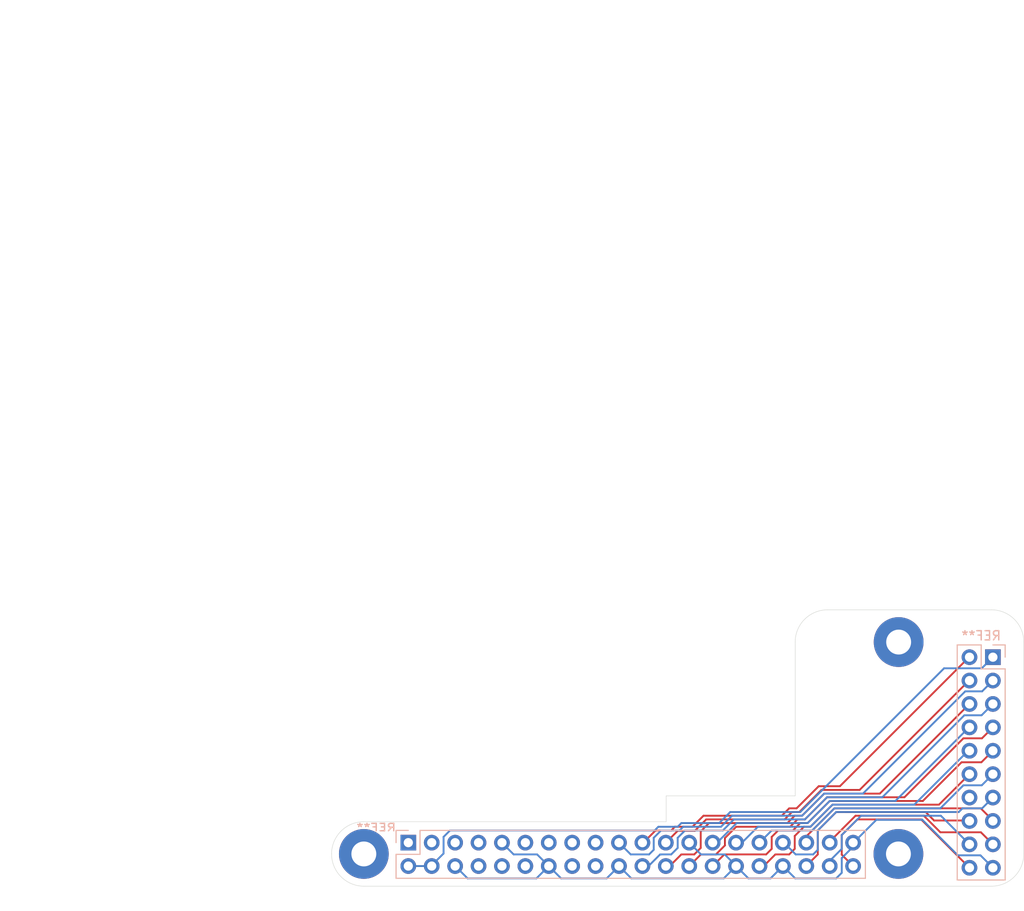
<source format=kicad_pcb>
(kicad_pcb (version 20240108) (generator "pcbnew") (generator_version "8.0")
  (layers (0 "F.Cu" signal) (31 "B.Cu" signal) (34 "B.Paste" user) (35 "F.Paste" user) (36 "B.SilkS" user "B.Silkscreen") (37 "F.SilkS" user "F.Silkscreen") (38 "B.Mask" user) (39 "F.Mask" user) (44 "Edge.Cuts" user))
  (net 0 "")
  (net 1 "D1+5V")
  (net 2 "D1GND")
  (net 3 "D1PWRON_D")
  (net 4 "D1_Raspberry_PI_(TX_interupt_active_low)")
  (net 5 "D1_Raspberry_PI_(interupt_active_low)")
  (net 6 "D1_Raspberry_PI_(clock_output)")
  (net 7 "D1_Raspberry_PI_(RX_interupt_active_low)")
  (net 8 "D1_Dev_pin")
  (net 9 "D1_BTN0")
  (net 10 "D1_BTN1")
  (net 11 "D1_BTN2")
  (net 12 "D1_BTN3")
  (net 13 "D1_BTN4")
  (net 14 "D1_PWM")
  (net 15 "D1_Raspberry_PI_(SPI_Input)")
  (net 16 "D1_Raspberry_PI_(chip_select)")
  (net 17 "D1_PWRON")
  (net 18 "D1_Raspberry_PI_(SPI_output)")
  (net 19 "D1_Raspberry_PI_(SPI_clock_input)")
  (footprint "Connector_PinHeader_2.54mm:PinHeader_2x20_P2.54mm_Vertical" (layer "B.Cu") (at 204.9749 138.525 -90)
    (property "Reference" "REF**" (at -1.655 3.485026 0) (layer "B.SilkS") (effects (font (size 0.8 1)) (justify mirror)))
    (property "Value" "PinHeader_2x20_P2.54mm_Vertical")
    (fp_line (start -1.33 1.33) (end -1.33 0) (stroke (width 0.12)) (layer "B.SilkS"))
    (fp_line (start 0 1.33) (end -1.33 1.33) (stroke (width 0.12)) (layer "B.SilkS"))
    (fp_line (start 1.27 1.33) (end 1.27 -1.27) (stroke (width 0.12)) (layer "B.SilkS"))
    (fp_line (start 3.87 1.33) (end 1.27 1.33) (stroke (width 0.12)) (layer "B.SilkS"))
    (fp_line (start 1.27 -1.27) (end -1.33 -1.27) (stroke (width 0.12)) (layer "B.SilkS"))
    (fp_line (start -1.33 -49.59) (end -1.33 -1.27) (stroke (width 0.12)) (layer "B.SilkS"))
    (fp_line (start 3.87 -49.59) (end 3.87 1.33) (stroke (width 0.12)) (layer "B.SilkS"))
    (fp_line (start 3.87 -49.59) (end -1.33 -49.59) (stroke (width 0.12)) (layer "B.SilkS"))
    (pad "1" thru_hole rect (at 0 0 270) (size 1.7 1.7) (drill 1) (layers "*.Cu" "*.Mask"))
    (pad "2" thru_hole oval (at 2.54 0 270) (size 1.7 1.7) (drill 1) (layers "*.Cu" "*.Mask") (net 1 "D1+5V"))
    (pad "3" thru_hole oval (at 0 -2.54 270) (size 1.7 1.7) (drill 1) (layers "*.Cu" "*.Mask"))
    (pad "4" thru_hole oval (at 2.54 -2.54 270) (size 1.7 1.7) (drill 1) (layers "*.Cu" "*.Mask") (net 1 "D1+5V"))
    (pad "5" thru_hole oval (at 0 -5.08 270) (size 1.7 1.7) (drill 1) (layers "*.Cu" "*.Mask"))
    (pad "6" thru_hole oval (at 2.54 -5.08 270) (size 1.7 1.7) (drill 1) (layers "*.Cu" "*.Mask") (net 2 "D1GND"))
    (pad "7" thru_hole oval (at 0 -7.62 270) (size 1.7 1.7) (drill 1) (layers "*.Cu" "*.Mask"))
    (pad "8" thru_hole oval (at 2.54 -7.62 270) (size 1.7 1.7) (drill 1) (layers "*.Cu" "*.Mask"))
    (pad "9" thru_hole oval (at 0 -10.16 270) (size 1.7 1.7) (drill 1) (layers "*.Cu" "*.Mask") (net 2 "D1GND"))
    (pad "10" thru_hole oval (at 2.54 -10.16 270) (size 1.7 1.7) (drill 1) (layers "*.Cu" "*.Mask"))
    (pad "11" thru_hole oval (at 0 -12.7 270) (size 1.7 1.7) (drill 1) (layers "*.Cu" "*.Mask"))
    (pad "12" thru_hole oval (at 2.54 -12.7 270) (size 1.7 1.7) (drill 1) (layers "*.Cu" "*.Mask"))
    (pad "13" thru_hole oval (at 0 -15.24 270) (size 1.7 1.7) (drill 1) (layers "*.Cu" "*.Mask"))
    (pad "14" thru_hole oval (at 2.54 -15.24 270) (size 1.7 1.7) (drill 1) (layers "*.Cu" "*.Mask") (net 2 "D1GND"))
    (pad "15" thru_hole oval (at 0 -17.78 270) (size 1.7 1.7) (drill 1) (layers "*.Cu" "*.Mask"))
    (pad "16" thru_hole oval (at 2.54 -17.78 270) (size 1.7 1.7) (drill 1) (layers "*.Cu" "*.Mask"))
    (pad "17" thru_hole oval (at 0 -20.32 270) (size 1.7 1.7) (drill 1) (layers "*.Cu" "*.Mask"))
    (pad "18" thru_hole oval (at 2.54 -20.32 270) (size 1.7 1.7) (drill 1) (layers "*.Cu" "*.Mask"))
    (pad "19" thru_hole oval (at 0 -22.86 270) (size 1.7 1.7) (drill 1) (layers "*.Cu" "*.Mask") (net 6 "D1_Raspberry_PI_(clock_output)"))
    (pad "20" thru_hole oval (at 2.54 -22.86 270) (size 1.7 1.7) (drill 1) (layers "*.Cu" "*.Mask") (net 2 "D1GND"))
    (pad "21" thru_hole oval (at 0 -25.4 270) (size 1.7 1.7) (drill 1) (layers "*.Cu" "*.Mask") (net 3 "D1PWRON_D"))
    (pad "22" thru_hole oval (at 2.54 -25.4 270) (size 1.7 1.7) (drill 1) (layers "*.Cu" "*.Mask") (net 4 "D1_Raspberry_PI_(TX_interupt_active_low)"))
    (pad "23" thru_hole oval (at 0 -27.94 270) (size 1.7 1.7) (drill 1) (layers "*.Cu" "*.Mask") (net 7 "D1_Raspberry_PI_(RX_interupt_active_low)"))
    (pad "24" thru_hole oval (at 2.54 -27.94 270) (size 1.7 1.7) (drill 1) (layers "*.Cu" "*.Mask") (net 5 "D1_Raspberry_PI_(interupt_active_low)"))
    (pad "25" thru_hole oval (at 0 -30.48 270) (size 1.7 1.7) (drill 1) (layers "*.Cu" "*.Mask") (net 2 "D1GND"))
    (pad "26" thru_hole oval (at 2.54 -30.48 270) (size 1.7 1.7) (drill 1) (layers "*.Cu" "*.Mask") (net 8 "D1_Dev_pin"))
    (pad "27" thru_hole oval (at 0 -33.02 270) (size 1.7 1.7) (drill 1) (layers "*.Cu" "*.Mask") (net 9 "D1_BTN0"))
    (pad "28" thru_hole oval (at 2.54 -33.02 270) (size 1.7 1.7) (drill 1) (layers "*.Cu" "*.Mask") (net 10 "D1_BTN1"))
    (pad "29" thru_hole oval (at 0 -35.56 270) (size 1.7 1.7) (drill 1) (layers "*.Cu" "*.Mask") (net 11 "D1_BTN2"))
    (pad "30" thru_hole oval (at 2.54 -35.56 270) (size 1.7 1.7) (drill 1) (layers "*.Cu" "*.Mask") (net 2 "D1GND"))
    (pad "31" thru_hole oval (at 0 -38.1 270) (size 1.7 1.7) (drill 1) (layers "*.Cu" "*.Mask") (net 12 "D1_BTN3"))
    (pad "32" thru_hole oval (at 2.54 -38.1 270) (size 1.7 1.7) (drill 1) (layers "*.Cu" "*.Mask") (net 13 "D1_BTN4"))
    (pad "33" thru_hole oval (at 0 -40.64 270) (size 1.7 1.7) (drill 1) (layers "*.Cu" "*.Mask") (net 14 "D1_PWM"))
    (pad "34" thru_hole oval (at 2.54 -40.64 270) (size 1.7 1.7) (drill 1) (layers "*.Cu" "*.Mask") (net 2 "D1GND"))
    (pad "35" thru_hole oval (at 0 -43.18 270) (size 1.7 1.7) (drill 1) (layers "*.Cu" "*.Mask") (net 15 "D1_Raspberry_PI_(SPI_Input)"))
    (pad "36" thru_hole oval (at 2.54 -43.18 270) (size 1.7 1.7) (drill 1) (layers "*.Cu" "*.Mask") (net 16 "D1_Raspberry_PI_(chip_select)"))
    (pad "37" thru_hole oval (at 0 -45.72 270) (size 1.7 1.7) (drill 1) (layers "*.Cu" "*.Mask") (net 17 "D1_PWRON"))
    (pad "38" thru_hole oval (at 2.54 -45.72 270) (size 1.7 1.7) (drill 1) (layers "*.Cu" "*.Mask") (net 18 "D1_Raspberry_PI_(SPI_output)"))
    (pad "39" thru_hole oval (at 0 -48.26 270) (size 1.7 1.7) (drill 1) (layers "*.Cu" "*.Mask") (net 2 "D1GND"))
    (pad "40" thru_hole oval (at 2.54 -48.26 270) (size 1.7 1.7) (drill 1) (layers "*.Cu" "*.Mask") (net 19 "D1_Raspberry_PI_(SPI_clock_input)"))
  )
  (footprint "Connector_PinHeader_2.54mm:PinHeader_2x10_P2.54mm_Vertical" (layer "B.Cu") (at 268.4 118.39 180)
    (property "Reference" "REF**" (at 1.27 2.33 0) (layer "B.SilkS") (effects (justify mirror)))
    (property "Value" "PinHeader_2x10_P2.54mm_Vertical")
    (fp_line (start 3.87 1.33) (end 1.27 1.33) (stroke (width 0.12)) (layer "B.SilkS"))
    (fp_line (start 3.87 -24.19) (end 3.87 1.33) (stroke (width 0.12)) (layer "B.SilkS"))
    (fp_line (start 3.87 -24.19) (end -1.33 -24.19) (stroke (width 0.12)) (layer "B.SilkS"))
    (fp_line (start 1.27 1.33) (end 1.27 -1.27) (stroke (width 0.12)) (layer "B.SilkS"))
    (fp_line (start 1.27 -1.27) (end -1.33 -1.27) (stroke (width 0.12)) (layer "B.SilkS"))
    (fp_line (start 0 1.33) (end -1.33 1.33) (stroke (width 0.12)) (layer "B.SilkS"))
    (fp_line (start -1.33 1.33) (end -1.33 0) (stroke (width 0.12)) (layer "B.SilkS"))
    (fp_line (start -1.33 -24.19) (end -1.33 -1.27) (stroke (width 0.12)) (layer "B.SilkS"))
    (pad "1" thru_hole rect (at 0 0 180) (size 1.7 1.7) (drill 1) (layers "*.Cu" "*.Mask") (net 1 "D1+5V"))
    (pad "2" thru_hole oval (at 2.54 0 180) (size 1.7 1.7) (drill 1) (layers "*.Cu" "*.Mask") (net 3 "D1PWRON_D"))
    (pad "3" thru_hole oval (at 0 -2.54 180) (size 1.7 1.7) (drill 1) (layers "*.Cu" "*.Mask") (net 6 "D1_Raspberry_PI_(clock_output)"))
    (pad "4" thru_hole oval (at 2.54 -2.54 180) (size 1.7 1.7) (drill 1) (layers "*.Cu" "*.Mask") (net 7 "D1_Raspberry_PI_(RX_interupt_active_low)"))
    (pad "5" thru_hole oval (at 0 -5.08 180) (size 1.7 1.7) (drill 1) (layers "*.Cu" "*.Mask") (net 4 "D1_Raspberry_PI_(TX_interupt_active_low)"))
    (pad "6" thru_hole oval (at 2.54 -5.08 180) (size 1.7 1.7) (drill 1) (layers "*.Cu" "*.Mask") (net 5 "D1_Raspberry_PI_(interupt_active_low)"))
    (pad "7" thru_hole oval (at 0 -7.62 180) (size 1.7 1.7) (drill 1) (layers "*.Cu" "*.Mask") (net 8 "D1_Dev_pin"))
    (pad "8" thru_hole oval (at 2.54 -7.62 180) (size 1.7 1.7) (drill 1) (layers "*.Cu" "*.Mask") (net 9 "D1_BTN0"))
    (pad "9" thru_hole oval (at 0 -10.16 180) (size 1.7 1.7) (drill 1) (layers "*.Cu" "*.Mask") (net 10 "D1_BTN1"))
    (pad "10" thru_hole oval (at 2.54 -10.16 180) (size 1.7 1.7) (drill 1) (layers "*.Cu" "*.Mask") (net 11 "D1_BTN2"))
    (pad "11" thru_hole oval (at 0 -12.7 180) (size 1.7 1.7) (drill 1) (layers "*.Cu" "*.Mask") (net 12 "D1_BTN3"))
    (pad "12" thru_hole oval (at 2.54 -12.7 180) (size 1.7 1.7) (drill 1) (layers "*.Cu" "*.Mask") (net 13 "D1_BTN4"))
    (pad "13" thru_hole oval (at 0 -15.24 180) (size 1.7 1.7) (drill 1) (layers "*.Cu" "*.Mask") (net 14 "D1_PWM"))
    (pad "14" thru_hole oval (at 2.54 -15.24 180) (size 1.7 1.7) (drill 1) (layers "*.Cu" "*.Mask"))
    (pad "15" thru_hole oval (at 0 -17.78 180) (size 1.7 1.7) (drill 1) (layers "*.Cu" "*.Mask") (net 15 "D1_Raspberry_PI_(SPI_Input)"))
    (pad "16" thru_hole oval (at 2.54 -17.78 180) (size 1.7 1.7) (drill 1) (layers "*.Cu" "*.Mask") (net 16 "D1_Raspberry_PI_(chip_select)"))
    (pad "17" thru_hole oval (at 0 -20.32 180) (size 1.7 1.7) (drill 1) (layers "*.Cu" "*.Mask") (net 17 "D1_PWRON"))
    (pad "18" thru_hole oval (at 2.54 -20.32 180) (size 1.7 1.7) (drill 1) (layers "*.Cu" "*.Mask") (net 18 "D1_Raspberry_PI_(SPI_output)"))
    (pad "19" thru_hole oval (at 0 -22.86 180) (size 1.7 1.7) (drill 1) (layers "*.Cu" "*.Mask") (net 2 "D1GND"))
    (pad "20" thru_hole oval (at 2.54 -22.86 180) (size 1.7 1.7) (drill 1) (layers "*.Cu" "*.Mask") (net 19 "D1_Raspberry_PI_(SPI_clock_input)"))
  )
  (footprint "" (layer "B.Cu") (at 258.149874 139.75 180)
    (property "Reference" "" (at 0 0 0) (layer "B.SilkS") (effects (font (size 1.27 1.27)) (justify mirror)))
    (property "Value" "")
    (pad "1" thru_hole circle (at 0 0 180) (size 5.4 5.4) (drill 2.7) (layers "*.Cu" "*.Mask"))
  )
  (footprint "" (layer "B.Cu") (at 200.149874 139.75 180)
    (property "Reference" "" (at 0 0 0) (layer "B.SilkS") (effects (font (size 1.27 1.27)) (justify mirror)))
    (property "Value" "")
    (pad "1" thru_hole circle (at 0 0 180) (size 5.4 5.4) (drill 2.7) (layers "*.Cu" "*.Mask"))
  )
  (footprint "" (layer "B.Cu") (at 258.174874 116.75 180)
    (property "Reference" "" (at 0 0 0) (layer "B.SilkS") (effects (font (size 1.27 1.27)) (justify mirror)))
    (property "Value" "")
    (pad "1" thru_hole circle (at 0 0 180) (size 5.4 5.4) (drill 2.7) (layers "*.Cu" "*.Mask"))
  )
  (gr_line (start 232.949874 136.25) (end 200.149874 136.25) (stroke (width 0.05)) (layer "Edge.Cuts"))
  (gr_arc (start 271.749874 139.75) (mid 270.724748 142.224874) (end 268.249874 143.25) (stroke (width 0.05)) (layer "Edge.Cuts"))
  (gr_line (start 246.949874 133.45) (end 246.949874 116.75) (stroke (width 0.05)) (layer "Edge.Cuts"))
  (gr_arc (start 196.649874 139.75) (mid 197.675 137.275126) (end 200.149874 136.25) (stroke (width 0.05)) (layer "Edge.Cuts"))
  (gr_line (start 268.249874 143.25) (end 200.149874 143.25) (stroke (width 0.05)) (layer "Edge.Cuts"))
  (gr_arc (start 268.249874 113.25) (mid 270.724748 114.275126) (end 271.749874 116.75) (stroke (width 0.05)) (layer "Edge.Cuts"))
  (gr_line (start 271.749874 139.75) (end 271.749874 116.75) (stroke (width 0.05)) (layer "Edge.Cuts"))
  (gr_line (start 232.949874 133.45) (end 246.949874 133.45) (stroke (width 0.05)) (layer "Edge.Cuts"))
  (gr_line (start 232.949874 136.25) (end 232.949874 133.45) (stroke (width 0.05)) (layer "Edge.Cuts"))
  (gr_arc (start 200.149874 143.25) (mid 197.675 142.224874) (end 196.649874 139.75) (stroke (width 0.05)) (layer "Edge.Cuts"))
  (gr_line (start 250.449874 113.25) (end 268.249874 113.25) (stroke (width 0.05)) (layer "Edge.Cuts"))
  (gr_arc (start 246.949874 116.75) (mid 247.975 114.275126) (end 250.449874 113.25) (stroke (width 0.05)) (layer "Edge.Cuts"))
  (segment (start 268.44 118.34) (end 268.4 118.34) (width 0.2) (layer "F.Cu") (net 1))
  (segment (start 207.5149 141.065) (end 207.5149 141.1149) (width 0.2) (layer "F.Cu") (net 1))
  (segment (start 268.4 118.34) (end 268.4 118.4) (width 0.2) (layer "F.Cu") (net 1))
  (segment (start 207.5149 141.065) (end 207.5149 141.2149) (width 0.2) (layer "F.Cu") (net 1))
  (segment (start 238.7 136.4) (end 234.6 136.4) (width 0.2) (layer "B.Cu") (net 1))
  (segment (start 247.5 135.2) (end 239.9 135.2) (width 0.2) (layer "B.Cu") (net 1))
  (segment (start 239.9 135.2) (end 238.7 136.4) (width 0.2) (layer "B.Cu") (net 1))
  (segment (start 268.4 118.34) (end 268.4 118.39) (width 0.2) (layer "B.Cu") (net 1))
  (segment (start 207.5149 141.065) (end 207.535 141.065) (width 0.2) (layer "B.Cu") (net 1))
  (segment (start 232.1 136.8) (end 231.7 137.2) (width 0.2) (layer "B.Cu") (net 1))
  (segment (start 208.8 139.7) (end 207.5149 140.9851) (width 0.2) (layer "B.Cu") (net 1))
  (segment (start 209.5 137.2) (end 208.8 137.9) (width 0.2) (layer "B.Cu") (net 1))
  (segment (start 234.6 136.4) (end 234.2 136.8) (width 0.2) (layer "B.Cu") (net 1))
  (segment (start 207.5149 140.9851) (end 207.5149 141.065) (width 0.2) (layer "B.Cu") (net 1))
  (segment (start 268.4 118.39) (end 267.19 119.6) (width 0.2) (layer "B.Cu") (net 1))
  (segment (start 267.19 119.6) (end 263.1 119.6) (width 0.2) (layer "B.Cu") (net 1))
  (segment (start 204.9749 141.065) (end 207.5149 141.065) (width 0.2) (layer "B.Cu") (net 1))
  (segment (start 263.1 119.6) (end 247.5 135.2) (width 0.2) (layer "B.Cu") (net 1))
  (segment (start 234.2 136.8) (end 232.1 136.8) (width 0.2) (layer "B.Cu") (net 1))
  (segment (start 231.7 137.2) (end 209.5 137.2) (width 0.2) (layer "B.Cu") (net 1))
  (segment (start 208.8 137.9) (end 208.8 139.7) (width 0.2) (layer "B.Cu") (net 1))
  (segment (start 240.5349 141.065) (end 241.135 141.065) (width 0.2) (layer "F.Cu") (net 2))
  (segment (start 251.4 142.4) (end 246.9499 142.4) (width 0.2) (layer "B.Cu") (net 2))
  (segment (start 253.2349 138.9651) (end 252 140.2) (width 0.2) (layer "B.Cu") (net 2))
  (segment (start 246.9499 142.4) (end 245.6149 141.065) (width 0.2) (layer "B.Cu") (net 2))
  (segment (start 240.5349 141.065) (end 241.8699 142.4) (width 0.2) (layer "B.Cu") (net 2))
  (segment (start 220.2149 141.065) (end 221.5499 142.4) (width 0.2) (layer "B.Cu") (net 2))
  (segment (start 255.85 136.05) (end 260.75 136.05) (width 0.2) (layer "B.Cu") (net 2))
  (segment (start 215.1349 138.5349) (end 216.4 139.8) (width 0.2) (layer "B.Cu") (net 2))
  (segment (start 240.5349 141.065) (end 240.5349 141.0651) (width 0.2) (layer "B.Cu") (net 2))
  (segment (start 264.6 139.9) (end 267.05 139.9) (width 0.2) (layer "B.Cu") (net 2))
  (segment (start 210.065 141.065) (end 211.4 142.4) (width 0.2) (layer "B.Cu") (net 2))
  (segment (start 211.4 142.4) (end 218.8799 142.4) (width 0.2) (layer "B.Cu") (net 2))
  (segment (start 253.275 138.525) (end 255.8 136) (width 0.2) (layer "B.Cu") (net 2))
  (segment (start 267.05 139.9) (end 268.4 141.25) (width 0.2) (layer "B.Cu") (net 2))
  (segment (start 260.7 136) (end 264.6 139.9) (width 0.2) (layer "B.Cu") (net 2))
  (segment (start 236.7299 139.8) (end 235.4549 138.525) (width 0.2) (layer "B.Cu") (net 2))
  (segment (start 252 140.2) (end 252 141.8) (width 0.2) (layer "B.Cu") (net 2))
  (segment (start 239.2 142.4) (end 229.1699 142.4) (width 0.2) (layer "B.Cu") (net 2))
  (segment (start 216.4 139.8) (end 218.9499 139.8) (width 0.2) (layer "B.Cu") (net 2))
  (segment (start 240.5349 141.0651) (end 239.2 142.4) (width 0.2) (layer "B.Cu") (net 2))
  (segment (start 218.8799 142.4) (end 220.2149 141.065) (width 0.2) (layer "B.Cu") (net 2))
  (segment (start 252 141.8) (end 251.4 142.4) (width 0.2) (layer "B.Cu") (net 2))
  (segment (start 229.1699 142.4) (end 227.8349 141.065) (width 0.2) (layer "B.Cu") (net 2))
  (segment (start 221.5499 142.4) (end 226.4999 142.4) (width 0.2) (layer "B.Cu") (net 2))
  (segment (start 253.2349 138.525) (end 253.275 138.525) (width 0.2) (layer "B.Cu") (net 2))
  (segment (start 240.5349 141.065) (end 240.5349 141.0349) (width 0.2) (layer "B.Cu") (net 2))
  (segment (start 240.5349 141.0349) (end 239.3 139.8) (width 0.2) (layer "B.Cu") (net 2))
  (segment (start 226.4999 142.4) (end 227.8349 141.065) (width 0.2) (layer "B.Cu") (net 2))
  (segment (start 210.0549 141.065) (end 210.065 141.065) (width 0.2) (layer "B.Cu") (net 2))
  (segment (start 253.2349 138.525) (end 253.2349 138.9651) (width 0.2) (layer "B.Cu") (net 2))
  (segment (start 244.2799 142.4) (end 245.6149 141.065) (width 0.2) (layer "B.Cu") (net 2))
  (segment (start 215.1349 138.525) (end 215.1349 138.5349) (width 0.2) (layer "B.Cu") (net 2))
  (segment (start 241.8699 142.4) (end 244.2799 142.4) (width 0.2) (layer "B.Cu") (net 2))
  (segment (start 218.9499 139.8) (end 220.2149 141.065) (width 0.2) (layer "B.Cu") (net 2))
  (segment (start 239.3 139.8) (end 236.7299 139.8) (width 0.2) (layer "B.Cu") (net 2))
  (segment (start 247.1 134.8) (end 249.5 132.4) (width 0.2) (layer "F.Cu") (net 3))
  (segment (start 251.8 132.4) (end 265.81 118.39) (width 0.2) (layer "F.Cu") (net 3))
  (segment (start 265.81 118.39) (end 265.86 118.39) (width 0.2) (layer "F.Cu") (net 3))
  (segment (start 231.8 137.2) (end 233.5 137.2) (width 0.2) (layer "F.Cu") (net 3))
  (segment (start 233.5 137.2) (end 233.9 136.8) (width 0.2) (layer "F.Cu") (net 3))
  (segment (start 249.5 132.4) (end 251.8 132.4) (width 0.2) (layer "F.Cu") (net 3))
  (segment (start 235.8 136.8) (end 237 135.6) (width 0.2) (layer "F.Cu") (net 3))
  (segment (start 245.5 135.6) (end 246.3 134.8) (width 0.2) (layer "F.Cu") (net 3))
  (segment (start 230.475 138.525) (end 231.8 137.2) (width 0.2) (layer "F.Cu") (net 3))
  (segment (start 237 135.6) (end 245.5 135.6) (width 0.2) (layer "F.Cu") (net 3))
  (segment (start 230.3749 138.525) (end 230.675 138.525) (width 0.2) (layer "F.Cu") (net 3))
  (segment (start 246.3 134.8) (end 247.1 134.8) (width 0.2) (layer "F.Cu") (net 3))
  (segment (start 233.9 136.8) (end 235.8 136.8) (width 0.2) (layer "F.Cu") (net 3))
  (segment (start 230.3749 138.525) (end 230.475 138.525) (width 0.2) (layer "F.Cu") (net 3))
  (segment (start 230.375 138.525) (end 230.3749 138.525) (width 0.2) (layer "B.Cu") (net 3))
  (segment (start 230.3749 141.065) (end 230.3749 141.2749) (width 0.2) (layer "F.Cu") (net 4))
  (segment (start 250.4 133.6) (end 248 136) (width 0.2) (layer "B.Cu") (net 4))
  (segment (start 234.8 137.4) (end 235 137.2) (width 0.2) (layer "B.Cu") (net 4))
  (segment (start 267.17 124.7) (end 265.3 124.7) (width 0.2) (layer "B.Cu") (net 4))
  (segment (start 268.4 123.42) (end 268.4 123.47) (width 0.2) (layer "B.Cu") (net 4))
  (segment (start 234.2 138) (end 234.8 137.4) (width 0.2) (layer "B.Cu") (net 4))
  (segment (start 230.3749 141.065) (end 230.5099 141.2) (width 0.2) (layer "B.Cu") (net 4))
  (segment (start 234.2 139.1) (end 234.2 138) (width 0.2) (layer "B.Cu") (net 4))
  (segment (start 230.3749 141.065) (end 230.435 141.065) (width 0.2) (layer "B.Cu") (net 4))
  (segment (start 240.3 136) (end 248 136) (width 0.2) (layer "B.Cu") (net 4))
  (segment (start 230.9 141.2) (end 232.3 139.8) (width 0.2) (layer "B.Cu") (net 4))
  (segment (start 256.4 133.6) (end 250.4 133.6) (width 0.2) (layer "B.Cu") (net 4))
  (segment (start 265.3 124.7) (end 256.4 133.6) (width 0.2) (layer "B.Cu") (net 4))
  (segment (start 233.5 139.8) (end 234.2 139.1) (width 0.2) (layer "B.Cu") (net 4))
  (segment (start 239.1 137.2) (end 240.3 136) (width 0.2) (layer "B.Cu") (net 4))
  (segment (start 235 137.2) (end 239.1 137.2) (width 0.2) (layer "B.Cu") (net 4))
  (segment (start 232.3 139.8) (end 232.4 139.8) (width 0.2) (layer "B.Cu") (net 4))
  (segment (start 230.5099 141.2) (end 230.9 141.2) (width 0.2) (layer "B.Cu") (net 4))
  (segment (start 232.4 139.8) (end 233.5 139.8) (width 0.2) (layer "B.Cu") (net 4))
  (segment (start 268.4 123.47) (end 267.17 124.7) (width 0.2) (layer "B.Cu") (net 4))
  (segment (start 236.7 139.1) (end 236.7 137.3) (width 0.2) (layer "F.Cu") (net 5))
  (segment (start 236.7 137.3) (end 237.6 136.4) (width 0.2) (layer "F.Cu") (net 5))
  (segment (start 237.6 136.4) (end 246.1 136.4) (width 0.2) (layer "F.Cu") (net 5))
  (segment (start 232.9149 141.065) (end 233.335 141.065) (width 0.2) (layer "F.Cu") (net 5))
  (segment (start 265.86 123.47) (end 265.86 123.42) (width 0.2) (layer "F.Cu") (net 5))
  (segment (start 247.7 135.6) (end 250.1 133.2) (width 0.2) (layer "F.Cu") (net 5))
  (segment (start 256.13 133.2) (end 265.86 123.47) (width 0.2) (layer "F.Cu") (net 5))
  (segment (start 233.335 141.065) (end 234.6 139.8) (width 0.2) (layer "F.Cu") (net 5))
  (segment (start 234.6 139.8) (end 236 139.8) (width 0.2) (layer "F.Cu") (net 5))
  (segment (start 246.1 136.4) (end 246.9 135.6) (width 0.2) (layer "F.Cu") (net 5))
  (segment (start 246.9 135.6) (end 247.7 135.6) (width 0.2) (layer "F.Cu") (net 5))
  (segment (start 236 139.8) (end 236.7 139.1) (width 0.2) (layer "F.Cu") (net 5))
  (segment (start 250.1 133.2) (end 256.13 133.2) (width 0.2) (layer "F.Cu") (net 5))
  (segment (start 265.86 123.42) (end 265.78 123.5) (width 0.2) (layer "B.Cu") (net 5))
  (segment (start 227.8349 138.525) (end 227.875 138.525) (width 0.2) (layer "F.Cu") (net 6))
  (segment (start 240.1 135.6) (end 247.7 135.6) (width 0.2) (layer "B.Cu") (net 6))
  (segment (start 247.7 135.6) (end 250.1 133.2) (width 0.2) (layer "B.Cu") (net 6))
  (segment (start 265.4 122.1) (end 267.23 122.1) (width 0.2) (layer "B.Cu") (net 6))
  (segment (start 254.3 133.2) (end 265.4 122.1) (width 0.2) (layer "B.Cu") (net 6))
  (segment (start 229.1 139.8) (end 231.1 139.8) (width 0.2) (layer "B.Cu") (net 6))
  (segment (start 231.1 139.8) (end 231.6 139.3) (width 0.2) (layer "B.Cu") (net 6))
  (segment (start 227.8349 138.5349) (end 229.1 139.8) (width 0.2) (layer "B.Cu") (net 6))
  (segment (start 234.8 136.8) (end 238.9 136.8) (width 0.2) (layer "B.Cu") (net 6))
  (segment (start 231.6 139.3) (end 231.6 138) (width 0.2) (layer "B.Cu") (net 6))
  (segment (start 232.4 137.2) (end 234.4 137.2) (width 0.2) (layer "B.Cu") (net 6))
  (segment (start 227.8349 138.525) (end 228.275 138.525) (width 0.2) (layer "B.Cu") (net 6))
  (segment (start 250.1 133.2) (end 254.3 133.2) (width 0.2) (layer "B.Cu") (net 6))
  (segment (start 227.8349 138.525) (end 227.8349 138.5349) (width 0.2) (layer "B.Cu") (net 6))
  (segment (start 227.8349 138.525) (end 227.8349 138.4651) (width 0.2) (layer "B.Cu") (net 6))
  (segment (start 238.9 136.8) (end 240.1 135.6) (width 0.2) (layer "B.Cu") (net 6))
  (segment (start 231.6 138) (end 232.4 137.2) (width 0.2) (layer "B.Cu") (net 6))
  (segment (start 234.4 137.2) (end 234.8 136.8) (width 0.2) (layer "B.Cu") (net 6))
  (segment (start 267.23 122.1) (end 268.4 120.93) (width 0.2) (layer "B.Cu") (net 6))
  (segment (start 253.94 132.8) (end 265.81 120.93) (width 0.2) (layer "F.Cu") (net 7))
  (segment (start 232.9149 138.525) (end 234.2 137.2399) (width 0.2) (layer "F.Cu") (net 7))
  (segment (start 249.8 132.8) (end 253.94 132.8) (width 0.2) (layer "F.Cu") (net 7))
  (segment (start 232.9149 138.525) (end 232.9149 138.4851) (width 0.2) (layer "F.Cu") (net 7))
  (segment (start 245.8 136) (end 246.6 135.2) (width 0.2) (layer "F.Cu") (net 7))
  (segment (start 236.0601 137.2399) (end 237.3 136) (width 0.2) (layer "F.Cu") (net 7))
  (segment (start 265.81 120.93) (end 265.86 120.93) (width 0.2) (layer "F.Cu") (net 7))
  (segment (start 237.3 136) (end 245.8 136) (width 0.2) (layer "F.Cu") (net 7))
  (segment (start 234.2 137.2399) (end 236.0601 137.2399) (width 0.2) (layer "F.Cu") (net 7))
  (segment (start 246.6 135.2) (end 247.4 135.2) (width 0.2) (layer "F.Cu") (net 7))
  (segment (start 247.4 135.2) (end 249.8 132.8) (width 0.2) (layer "F.Cu") (net 7))
  (segment (start 232.9149 138.525) (end 232.9149 138.4851) (width 0.2) (layer "B.Cu") (net 7))
  (segment (start 248 136) (end 247.2 136) (width 0.2) (layer "F.Cu") (net 8))
  (segment (start 267.21 127.2) (end 265.2 127.2) (width 0.2) (layer "F.Cu") (net 8))
  (segment (start 239.324765 138.024883) (end 239.324765 138.824883) (width 0.2) (layer "F.Cu") (net 8))
  (segment (start 246.4 136.8) (end 240.549648 136.8) (width 0.2) (layer "F.Cu") (net 8))
  (segment (start 238.349648 139.8) (end 236.7199 139.8) (width 0.2) (layer "F.Cu") (net 8))
  (segment (start 265.2 127.2) (end 258.8 133.6) (width 0.2) (layer "F.Cu") (net 8))
  (segment (start 240.549648 136.8) (end 239.324765 138.024883) (width 0.2) (layer "F.Cu") (net 8))
  (segment (start 268.4 126.01) (end 267.21 127.2) (width 0.2) (layer "F.Cu") (net 8))
  (segment (start 236.7199 139.8) (end 235.4549 141.065) (width 0.2) (layer "F.Cu") (net 8))
  (segment (start 250.4 133.6) (end 248 136) (width 0.2) (layer "F.Cu") (net 8))
  (segment (start 258.8 133.6) (end 250.4 133.6) (width 0.2) (layer "F.Cu") (net 8))
  (segment (start 247.2 136) (end 246.4 136.8) (width 0.2) (layer "F.Cu") (net 8))
  (segment (start 239.324765 138.824883) (end 238.349648 139.8) (width 0.2) (layer "F.Cu") (net 8))
  (segment (start 235.4549 141.065) (end 235.4549 141.1549) (width 0.2) (layer "B.Cu") (net 8))
  (segment (start 237.9949 138.5051) (end 237.9949 138.525) (width 0.2) (layer "F.Cu") (net 9))
  (segment (start 237.9949 138.525) (end 238.475 138.525) (width 0.2) (layer "B.Cu") (net 9))
  (segment (start 265.81 126.01) (end 265.86 126.01) (width 0.2) (layer "B.Cu") (net 9))
  (segment (start 248.3 136.4) (end 250.7 134) (width 0.2) (layer "B.Cu") (net 9))
  (segment (start 257.82 134) (end 265.81 126.01) (width 0.2) (layer "B.Cu") (net 9))
  (segment (start 238.475 138.525) (end 240.6 136.4) (width 0.2) (layer "B.Cu") (net 9))
  (segment (start 240.6 136.4) (end 248.3 136.4) (width 0.2) (layer "B.Cu") (net 9))
  (segment (start 250.7 134) (end 257.82 134) (width 0.2) (layer "B.Cu") (net 9))
  (segment (start 243.8 139.8) (end 239.2599 139.8) (width 0.2) (layer "F.Cu") (net 10))
  (segment (start 244.4 137.9) (end 244.4 139.2) (width 0.2) (layer "F.Cu") (net 10))
  (segment (start 265 129.8) (end 260.8 134) (width 0.2) (layer "F.Cu") (net 10))
  (segment (start 244.4 139.2) (end 243.8 139.8) (width 0.2) (layer "F.Cu") (net 10))
  (segment (start 267.15 129.8) (end 265 129.8) (width 0.2) (layer "F.Cu") (net 10))
  (segment (start 260.8 134) (end 250.7 134) (width 0.2) (layer "F.Cu") (net 10))
  (segment (start 245.1 137.2) (end 244.4 137.9) (width 0.2) (layer "F.Cu") (net 10))
  (segment (start 250.7 134) (end 248.3 136.4) (width 0.2) (layer "F.Cu") (net 10))
  (segment (start 239.2599 139.8) (end 237.9949 141.065) (width 0.2) (layer "F.Cu") (net 10))
  (segment (start 246.7 137.2) (end 245.1 137.2) (width 0.2) (layer "F.Cu") (net 10))
  (segment (start 248.3 136.4) (end 247.5 136.4) (width 0.2) (layer "F.Cu") (net 10))
  (segment (start 268.4 128.55) (end 267.15 129.8) (width 0.2) (layer "F.Cu") (net 10))
  (segment (start 247.5 136.4) (end 246.7 137.2) (width 0.2) (layer "F.Cu") (net 10))
  (segment (start 265.719874 128.55) (end 265.86 128.55) (width 0.2) (layer "B.Cu") (net 11))
  (segment (start 241.175 138.525) (end 242.9 136.8) (width 0.2) (layer "B.Cu") (net 11))
  (segment (start 240.5349 138.525) (end 241.175 138.525) (width 0.2) (layer "B.Cu") (net 11))
  (segment (start 251 134.4) (end 259.869874 134.4) (width 0.2) (layer "B.Cu") (net 11))
  (segment (start 259.869874 134.4) (end 265.719874 128.55) (width 0.2) (layer "B.Cu") (net 11))
  (segment (start 265.86 128.55) (end 265.86 128.5) (width 0.2) (layer "B.Cu") (net 11))
  (segment (start 248.6 136.8) (end 251 134.4) (width 0.2) (layer "B.Cu") (net 11))
  (segment (start 242.9 136.8) (end 248.6 136.8) (width 0.2) (layer "B.Cu") (net 11))
  (segment (start 243.0749 138.525) (end 243.075 138.525) (width 0.2) (layer "F.Cu") (net 12))
  (segment (start 244.4 137.2) (end 248.8 137.2) (width 0.2) (layer "B.Cu") (net 12))
  (segment (start 265.2 132.3) (end 267.19 132.3) (width 0.2) (layer "B.Cu") (net 12))
  (segment (start 243.0749 138.525) (end 243.075 138.525) (width 0.2) (layer "B.Cu") (net 12))
  (segment (start 243.075 138.525) (end 244.4 137.2) (width 0.2) (layer "B.Cu") (net 12))
  (segment (start 251.2 134.8) (end 262.7 134.8) (width 0.2) (layer "B.Cu") (net 12))
  (segment (start 262.7 134.8) (end 265.2 132.3) (width 0.2) (layer "B.Cu") (net 12))
  (segment (start 268.4 131.09) (end 268.4 131.04) (width 0.2) (layer "B.Cu") (net 12))
  (segment (start 267.19 132.3) (end 268.4 131.09) (width 0.2) (layer "B.Cu") (net 12))
  (segment (start 248.8 137.2) (end 251.2 134.8) (width 0.2) (layer "B.Cu") (net 12))
  (segment (start 265.86 131.09) (end 265.86 131.04) (width 0.2) (layer "F.Cu") (net 13))
  (segment (start 246.9 137.8) (end 247.9 136.8) (width 0.2) (layer "F.Cu") (net 13))
  (segment (start 243.0749 141.065) (end 243.465 141.065) (width 0.2) (layer "F.Cu") (net 13))
  (segment (start 246.9 139.2) (end 246.9 137.8) (width 0.2) (layer "F.Cu") (net 13))
  (segment (start 246.3 139.8) (end 246.9 139.2) (width 0.2) (layer "F.Cu") (net 13))
  (segment (start 247.9 136.8) (end 248.6 136.8) (width 0.2) (layer "F.Cu") (net 13))
  (segment (start 243.465 141.065) (end 243.5 141.1) (width 0.2) (layer "F.Cu") (net 13))
  (segment (start 244.8 139.8) (end 246.3 139.8) (width 0.2) (layer "F.Cu") (net 13))
  (segment (start 243.0749 141.065) (end 243.1099 141.1) (width 0.2) (layer "F.Cu") (net 13))
  (segment (start 262.55 134.4) (end 265.86 131.09) (width 0.2) (layer "F.Cu") (net 13))
  (segment (start 248.6 136.8) (end 251 134.4) (width 0.2) (layer "F.Cu") (net 13))
  (segment (start 251 134.4) (end 262.55 134.4) (width 0.2) (layer "F.Cu") (net 13))
  (segment (start 243.5 141.1) (end 244.8 139.8) (width 0.2) (layer "F.Cu") (net 13))
  (segment (start 267.23 134.8) (end 268.4 133.63) (width 0.2) (layer "B.Cu") (net 14))
  (segment (start 249.4 137.2) (end 251.4 135.2) (width 0.2) (layer "B.Cu") (net 14))
  (segment (start 245.725 138.525) (end 247 139.8) (width 0.2) (layer "B.Cu") (net 14))
  (segment (start 265.1 134.8) (end 267.23 134.8) (width 0.2) (layer "B.Cu") (net 14))
  (segment (start 251.4 135.2) (end 264.7 135.2) (width 0.2) (layer "B.Cu") (net 14))
  (segment (start 245.6149 138.525) (end 245.725 138.525) (width 0.2) (layer "B.Cu") (net 14))
  (segment (start 264.7 135.2) (end 265.1 134.8) (width 0.2) (layer "B.Cu") (net 14))
  (segment (start 247 139.8) (end 248.9 139.8) (width 0.2) (layer "B.Cu") (net 14))
  (segment (start 268.4 133.63) (end 268.4 133.58) (width 0.2) (layer "B.Cu") (net 14))
  (segment (start 249.4 139.3) (end 249.4 137.2) (width 0.2) (layer "B.Cu") (net 14))
  (segment (start 248.9 139.8) (end 249.4 139.3) (width 0.2) (layer "B.Cu") (net 14))
  (segment (start 268.4 136.12) (end 267.08 134.8) (width 0.2) (layer "F.Cu") (net 15))
  (segment (start 249.8 136.2) (end 248.1549 137.8451) (width 0.2) (layer "F.Cu") (net 15))
  (segment (start 248.1549 137.8451) (end 248.1549 138.525) (width 0.2) (layer "F.Cu") (net 15))
  (segment (start 267.08 134.8) (end 265.1 134.8) (width 0.2) (layer "F.Cu") (net 15))
  (segment (start 265.1 134.8) (end 251.2 134.8) (width 0.2) (layer "F.Cu") (net 15))
  (segment (start 251.2 134.8) (end 249.8 136.2) (width 0.2) (layer "F.Cu") (net 15))
  (segment (start 262.02 136.12) (end 261.8 135.9) (width 0.2) (layer "F.Cu") (net 16))
  (segment (start 265.86 136.12) (end 262.02 136.12) (width 0.2) (layer "F.Cu") (net 16))
  (segment (start 248.1549 141.065) (end 248.1549 141.0451) (width 0.2) (layer "F.Cu") (net 16))
  (segment (start 261.1 135.2) (end 260 135.2) (width 0.2) (layer "F.Cu") (net 16))
  (segment (start 249.4 137.2) (end 251.4 135.2) (width 0.2) (layer "F.Cu") (net 16))
  (segment (start 248.1549 141.0451) (end 249.4 139.8) (width 0.2) (layer "F.Cu") (net 16))
  (segment (start 260 135.2) (end 252.4 135.2) (width 0.2) (layer "F.Cu") (net 16))
  (segment (start 251.4 135.2) (end 252.9 135.2) (width 0.2) (layer "F.Cu") (net 16))
  (segment (start 249.4 139.8) (end 249.4 137.2) (width 0.2) (layer "F.Cu") (net 16))
  (segment (start 261.8 135.9) (end 261.1 135.2) (width 0.2) (layer "F.Cu") (net 16))
  (segment (start 268.4 138.66) (end 268.4 138.71) (width 0.2) (layer "F.Cu") (net 17))
  (segment (start 262.7 137.4) (end 260.9 135.6) (width 0.2) (layer "F.Cu") (net 17))
  (segment (start 268.4 138.7) (end 267.1 137.4) (width 0.2) (layer "F.Cu") (net 17))
  (segment (start 267.1 137.4) (end 262.7 137.4) (width 0.2) (layer "F.Cu") (net 17))
  (segment (start 250.6949 138.4051) (end 250.6949 138.525) (width 0.2) (layer "F.Cu") (net 17))
  (segment (start 268.4 138.71) (end 268.4 138.7) (width 0.2) (layer "F.Cu") (net 17))
  (segment (start 253.5 135.6) (end 250.6949 138.4051) (width 0.2) (layer "F.Cu") (net 17))
  (segment (start 260.9 135.6) (end 253.5 135.6) (width 0.2) (layer "F.Cu") (net 17))
  (segment (start 265.86 138.66) (end 265.86 139.24) (width 0.2) (layer "F.Cu") (net 18))
  (segment (start 250.6949 141.065) (end 250.765 141.065) (width 0.2) (layer "F.Cu") (net 18))
  (segment (start 250.6949 141.065) (end 250.6949 140.5051) (width 0.2) (layer "B.Cu") (net 18))
  (segment (start 254.1 135.6) (end 262.75 135.6) (width 0.2) (layer "B.Cu") (net 18))
  (segment (start 265.81 138.66) (end 265.86 138.66) (width 0.2) (layer "B.Cu") (net 18))
  (segment (start 250.6949 141.065) (end 250.735 141.065) (width 0.2) (layer "B.Cu") (net 18))
  (segment (start 250.6949 140.5051) (end 252 139.2) (width 0.2) (layer "B.Cu") (net 18))
  (segment (start 252 137.7) (end 254.1 135.6) (width 0.2) (layer "B.Cu") (net 18))
  (segment (start 252 139.2) (end 252 137.7) (width 0.2) (layer "B.Cu") (net 18))
  (segment (start 262.75 135.6) (end 265.81 138.66) (width 0.2) (layer "B.Cu") (net 18))
  (segment (start 253.2349 141.065) (end 252 139.8301) (width 0.2) (layer "F.Cu") (net 19))
  (segment (start 265.81 141.2) (end 265.8 141.2) (width 0.2) (layer "F.Cu") (net 19))
  (segment (start 253.7 136) (end 260.61 136) (width 0.2) (layer "F.Cu") (net 19))
  (segment (start 253.2349 141.065) (end 253.265 141.065) (width 0.2) (layer "F.Cu") (net 19))
  (segment (start 260.61 136) (end 265.81 141.2) (width 0.2) (layer "F.Cu") (net 19))
  (segment (start 252 137.7) (end 253.7 136) (width 0.2) (layer "F.Cu") (net 19))
  (segment (start 252 139.8301) (end 252 137.7) (width 0.2) (layer "F.Cu") (net 19))
)
</source>
